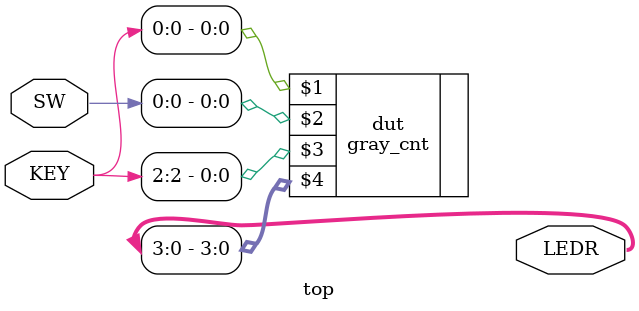
<source format=v>
module top (SW, KEY, LEDR);

    input wire [9:0] SW;        // DE-series switches
    input wire [3:0] KEY;       // DE-series pushbuttons

    output wire [9:0] LEDR;     // DE-series LEDs   

    gray_cnt dut (KEY[0], SW[0], KEY[2], LEDR[3:0]);
 
endmodule


</source>
